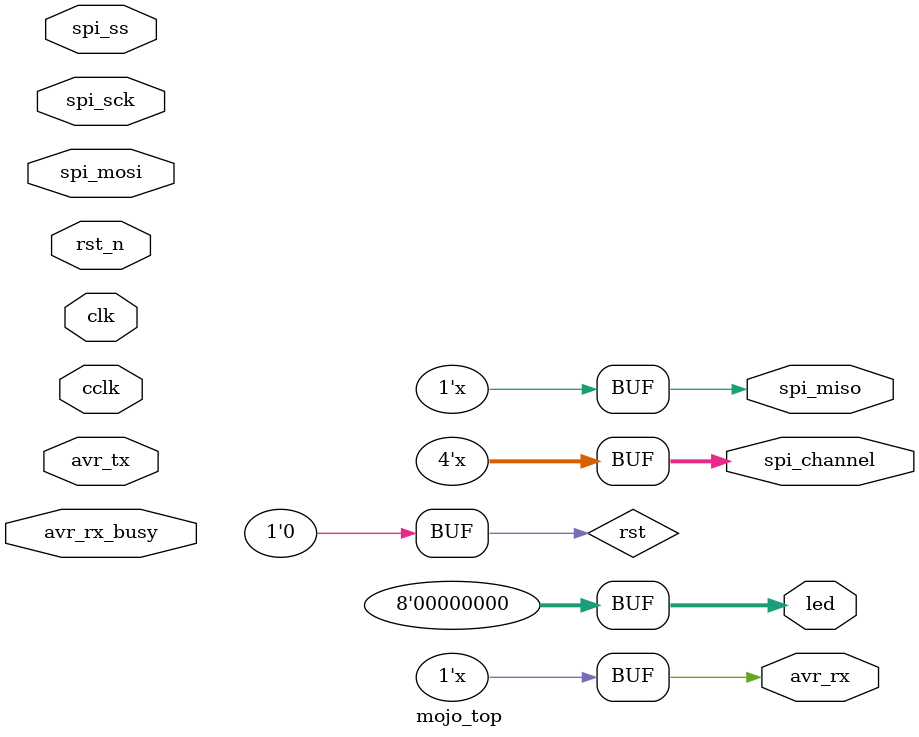
<source format=v>
module mojo_top(
    // 50MHz clock input
    input clk,
    // Input from reset button (active low)
    input rst_n,
    // cclk input from AVR, high when AVR is ready
    input cclk,
    // Outputs to the 8 onboard LEDs
    output[7:0]led,
    // AVR SPI connections
    output spi_miso,
    input spi_ss,
    input spi_mosi,
    input spi_sck,
    // AVR ADC channel select
    output [3:0] spi_channel,
    // Serial connections
    input avr_tx, // AVR Tx => FPGA Rx
    output avr_rx, // AVR Rx => FPGA Tx
    input avr_rx_busy // AVR Rx buffer full
    );

wire rst = ~rst_n; // make reset active high (rst_n = active_low)

// these signals should be high-z when not used
assign spi_miso = 1'bz; // 1 bit high-impedance
assign avr_rx = 1'bz; // 1 bit high-impedance
assign spi_channel = 4'bzzzz; // 4 bit high-impedance

assign led = 7'b0; // 7 bit 2Áø¼ö 0À¸·Î ÇÒ´ç
assign led[7] = rst; // rst¸¦ led MSB¿¡ ÇÒ´ç


endmodule
</source>
